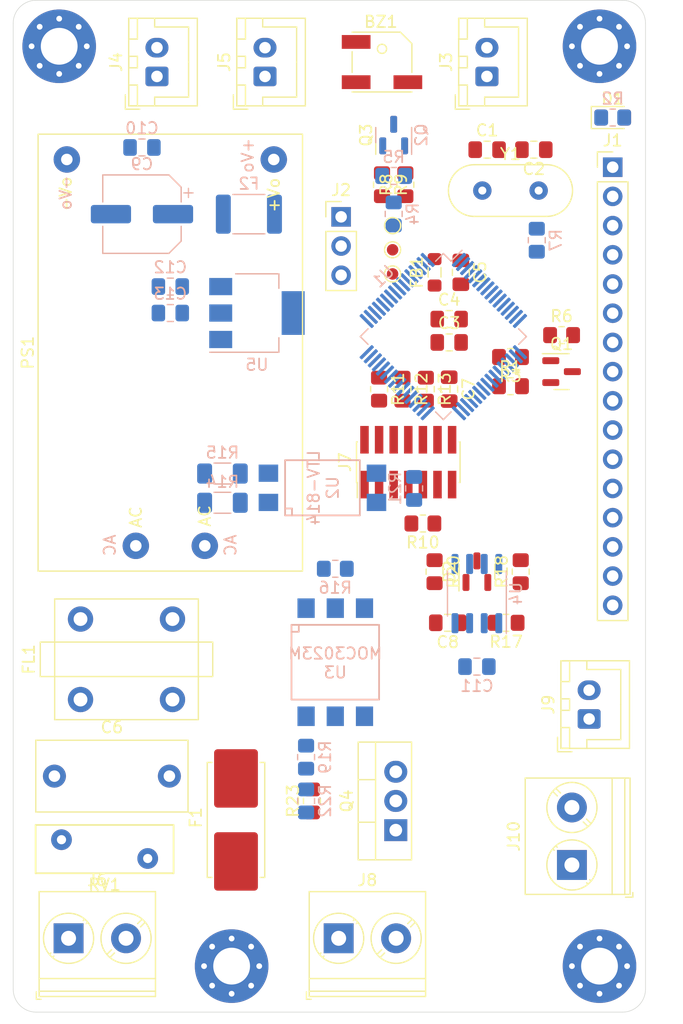
<source format=kicad_pcb>
(kicad_pcb (version 20211014) (generator pcbnew)

  (general
    (thickness 1.6)
  )

  (paper "A4")
  (layers
    (0 "F.Cu" signal)
    (31 "B.Cu" signal)
    (32 "B.Adhes" user "B.Adhesive")
    (33 "F.Adhes" user "F.Adhesive")
    (34 "B.Paste" user)
    (35 "F.Paste" user)
    (36 "B.SilkS" user "B.Silkscreen")
    (37 "F.SilkS" user "F.Silkscreen")
    (38 "B.Mask" user)
    (39 "F.Mask" user)
    (40 "Dwgs.User" user "User.Drawings")
    (41 "Cmts.User" user "User.Comments")
    (42 "Eco1.User" user "User.Eco1")
    (43 "Eco2.User" user "User.Eco2")
    (44 "Edge.Cuts" user)
    (45 "Margin" user)
    (46 "B.CrtYd" user "B.Courtyard")
    (47 "F.CrtYd" user "F.Courtyard")
    (48 "B.Fab" user)
    (49 "F.Fab" user)
    (50 "User.1" user)
    (51 "User.2" user)
  )

  (setup
    (stackup
      (layer "F.SilkS" (type "Top Silk Screen") (color "White"))
      (layer "F.Paste" (type "Top Solder Paste"))
      (layer "F.Mask" (type "Top Solder Mask") (color "Black") (thickness 0.01))
      (layer "F.Cu" (type "copper") (thickness 0.035))
      (layer "dielectric 1" (type "core") (thickness 1.51) (material "FR4") (epsilon_r 4.5) (loss_tangent 0.02))
      (layer "B.Cu" (type "copper") (thickness 0.035))
      (layer "B.Mask" (type "Bottom Solder Mask") (color "Black") (thickness 0.01))
      (layer "B.Paste" (type "Bottom Solder Paste"))
      (layer "B.SilkS" (type "Bottom Silk Screen") (color "White"))
      (copper_finish "None")
      (dielectric_constraints no)
    )
    (pad_to_mask_clearance 0)
    (pcbplotparams
      (layerselection 0x00010fc_ffffffff)
      (disableapertmacros false)
      (usegerberextensions false)
      (usegerberattributes true)
      (usegerberadvancedattributes true)
      (creategerberjobfile true)
      (svguseinch false)
      (svgprecision 6)
      (excludeedgelayer true)
      (plotframeref false)
      (viasonmask false)
      (mode 1)
      (useauxorigin false)
      (hpglpennumber 1)
      (hpglpenspeed 20)
      (hpglpendiameter 15.000000)
      (dxfpolygonmode true)
      (dxfimperialunits true)
      (dxfusepcbnewfont true)
      (psnegative false)
      (psa4output false)
      (plotreference true)
      (plotvalue true)
      (plotinvisibletext false)
      (sketchpadsonfab false)
      (subtractmaskfromsilk false)
      (outputformat 1)
      (mirror false)
      (drillshape 1)
      (scaleselection 1)
      (outputdirectory "")
    )
  )

  (net 0 "")
  (net 1 "+3V3")
  (net 2 "Net-(BZ1-Pad2)")
  (net 3 "Net-(C1-Pad1)")
  (net 4 "GND")
  (net 5 "Net-(C2-Pad1)")
  (net 6 "VDDA")
  (net 7 "Net-(C6-Pad1)")
  (net 8 "Net-(C6-Pad2)")
  (net 9 "NRST")
  (net 10 "Net-(C8-Pad1)")
  (net 11 "GNDA")
  (net 12 "+12V")
  (net 13 "Net-(D1-Pad2)")
  (net 14 "THERM")
  (net 15 "Net-(F1-Pad1)")
  (net 16 "Net-(F2-Pad1)")
  (net 17 "Net-(FL1-Pad2)")
  (net 18 "Net-(FL1-Pad4)")
  (net 19 "LCD_CS")
  (net 20 "LCD_RS")
  (net 21 "LCD_WR")
  (net 22 "LCD_RD")
  (net 23 "LCD_RST")
  (net 24 "LCD_LED")
  (net 25 "Net-(J1-Pad9)")
  (net 26 "Net-(J1-Pad10)")
  (net 27 "Net-(J1-Pad11)")
  (net 28 "Net-(J1-Pad12)")
  (net 29 "Net-(J1-Pad13)")
  (net 30 "Net-(J1-Pad14)")
  (net 31 "Net-(J1-Pad15)")
  (net 32 "Net-(J1-Pad16)")
  (net 33 "LCD_SCK")
  (net 34 "LCD_MOSI")
  (net 35 "LCD_MISO")
  (net 36 "STOP")
  (net 37 "Net-(J4-Pad2)")
  (net 38 "unconnected-(J7-Pad1)")
  (net 39 "unconnected-(J7-Pad2)")
  (net 40 "Net-(J7-Pad4)")
  (net 41 "Net-(J7-Pad6)")
  (net 42 "unconnected-(J7-Pad8)")
  (net 43 "unconnected-(J7-Pad9)")
  (net 44 "unconnected-(J7-Pad10)")
  (net 45 "Net-(J7-Pad11)")
  (net 46 "Net-(J7-Pad12)")
  (net 47 "unconnected-(J7-Pad13)")
  (net 48 "unconnected-(J7-Pad14)")
  (net 49 "Net-(J8-Pad2)")
  (net 50 "Net-(J10-Pad1)")
  (net 51 "Net-(Q1-Pad1)")
  (net 52 "Net-(Q2-Pad1)")
  (net 53 "Net-(Q3-Pad1)")
  (net 54 "Net-(Q4-Pad3)")
  (net 55 "LCD_LED_CTRL")
  (net 56 "LED_STATUS")
  (net 57 "FAN_PWM")
  (net 58 "Net-(R7-Pad1)")
  (net 59 "BUZZER")
  (net 60 "SWDIO")
  (net 61 "SWCLK")
  (net 62 "Net-(R14-Pad1)")
  (net 63 "Net-(R15-Pad1)")
  (net 64 "Net-(R16-Pad1)")
  (net 65 "GATE_CONTROL")
  (net 66 "Net-(R19-Pad1)")
  (net 67 "Net-(R19-Pad2)")
  (net 68 "ZERO_CROSS")
  (net 69 "/UART_TX")
  (net 70 "/UART_RX")
  (net 71 "unconnected-(U1-Pad1)")
  (net 72 "unconnected-(U1-Pad3)")
  (net 73 "unconnected-(U1-Pad4)")
  (net 74 "unconnected-(U1-Pad5)")
  (net 75 "unconnected-(U1-Pad13)")
  (net 76 "unconnected-(U1-Pad29)")
  (net 77 "unconnected-(U1-Pad31)")
  (net 78 "unconnected-(U1-Pad32)")
  (net 79 "MAX_SCK")
  (net 80 "MAX_MISO")
  (net 81 "MAX_CS")
  (net 82 "unconnected-(U1-Pad38)")
  (net 83 "unconnected-(U1-Pad39)")
  (net 84 "unconnected-(U1-Pad40)")
  (net 85 "unconnected-(U1-Pad41)")
  (net 86 "unconnected-(U1-Pad42)")
  (net 87 "unconnected-(U1-Pad43)")
  (net 88 "unconnected-(U1-Pad44)")
  (net 89 "unconnected-(U1-Pad47)")
  (net 90 "unconnected-(U1-Pad48)")
  (net 91 "unconnected-(U1-Pad49)")
  (net 92 "unconnected-(U1-Pad50)")
  (net 93 "unconnected-(U1-Pad51)")
  (net 94 "unconnected-(U1-Pad52)")
  (net 95 "unconnected-(U1-Pad53)")
  (net 96 "unconnected-(U1-Pad58)")
  (net 97 "unconnected-(U1-Pad59)")
  (net 98 "unconnected-(U1-Pad62)")
  (net 99 "unconnected-(U1-Pad64)")
  (net 100 "unconnected-(U3-Pad5)")
  (net 101 "unconnected-(U3-Pad3)")

  (footprint "TerminalBlock_Phoenix:TerminalBlock_Phoenix_PT-1,5-2-5.0-H_1x02_P5.00mm_Horizontal" (layer "F.Cu") (at 148.598 125.202 90))

  (footprint "Resistor_SMD:R_0805_2012Metric_Pad1.20x1.40mm_HandSolder" (layer "F.Cu") (at 133.858 83.82 -90))

  (footprint "Resistor_SMD:R_0805_2012Metric_Pad1.20x1.40mm_HandSolder" (layer "F.Cu") (at 144.145 99.695 90))

  (footprint "Capacitor_SMD:C_0805_2012Metric_Pad1.18x1.45mm_HandSolder" (layer "F.Cu") (at 137.795 104.14 180))

  (footprint "Capacitor_SMD:C_0805_2012Metric_Pad1.18x1.45mm_HandSolder" (layer "F.Cu") (at 137.922 83.82 -90))

  (footprint "Resistor_SMD:R_0805_2012Metric_Pad1.20x1.40mm_HandSolder" (layer "F.Cu") (at 135.636 95.504 180))

  (footprint "Connector_PinHeader_2.54mm:PinHeader_1x16_P2.54mm_Vertical" (layer "F.Cu") (at 152.146 64.516))

  (footprint "Connector_JST:JST_XH_B2B-XH-A_1x02_P2.50mm_Vertical" (layer "F.Cu") (at 141.207 56.622 90))

  (footprint "my_additions:OSC-TH_L10.0-W4.5-P5.00" (layer "F.Cu") (at 143.256 66.548))

  (footprint "Resistor_SMD:R_0805_2012Metric_Pad1.20x1.40mm_HandSolder" (layer "F.Cu") (at 147.701 79.121))

  (footprint "Package_TO_SOT_SMD:SOT-23" (layer "F.Cu") (at 133.096 61.722 90))

  (footprint "Resistor_SMD:R_0805_2012Metric_Pad1.20x1.40mm_HandSolder" (layer "F.Cu") (at 135.89 83.82 -90))

  (footprint "MountingHole:MountingHole_3.2mm_M3_Pad_Via" (layer "F.Cu") (at 104 54))

  (footprint "Capacitor_SMD:C_0805_2012Metric_Pad1.18x1.45mm_HandSolder" (layer "F.Cu") (at 138.938 73.66 -90))

  (footprint "Capacitor_SMD:C_0805_2012Metric_Pad1.18x1.45mm_HandSolder" (layer "F.Cu") (at 137.922 79.756))

  (footprint "Connector_PinHeader_1.27mm:PinHeader_2x07_P1.27mm_Vertical_SMD" (layer "F.Cu") (at 134.366 90.17 90))

  (footprint "my_additions:Converter_ACDC_HiLink_HLK-5Mxx" (layer "F.Cu") (at 113.665 80.645 90))

  (footprint "Resistor_SMD:R_0805_2012Metric_Pad1.20x1.40mm_HandSolder" (layer "F.Cu") (at 134.112 66.039999 90))

  (footprint "Connector_PinHeader_2.54mm:PinHeader_1x03_P2.54mm_Vertical" (layer "F.Cu") (at 128.524 68.834))

  (footprint "Capacitor_SMD:C_0805_2012Metric_Pad1.18x1.45mm_HandSolder" (layer "F.Cu") (at 137.922 77.724))

  (footprint "my_additions:L_CommonMode_7x8mm" (layer "F.Cu") (at 109.855 107.315 90))

  (footprint "Package_TO_SOT_SMD:SOT-23" (layer "F.Cu") (at 147.701 82.296))

  (footprint "TestPoint:TestPoint_Pad_D1.0mm" (layer "F.Cu") (at 133 69.6))

  (footprint "Resistor_SMD:R_0805_2012Metric_Pad1.20x1.40mm_HandSolder" (layer "F.Cu") (at 136.652 99.695 -90))

  (footprint "MountingHole:MountingHole_3.2mm_M3_Pad_Via" (layer "F.Cu") (at 151 54))

  (footprint "Inductor_SMD:L_0805_2012Metric_Pad1.05x1.20mm_HandSolder" (layer "F.Cu") (at 136.652 73.66 90))

  (footprint "Connector_JST:JST_XH_B2B-XH-A_1x02_P2.50mm_Vertical" (layer "F.Cu") (at 150.096999 112.502 90))

  (footprint "TerminalBlock_Phoenix:TerminalBlock_Phoenix_PT-1,5-2-5.0-H_1x02_P5.00mm_Horizontal" (layer "F.Cu") (at 128.31 131.58))

  (footprint "Capacitor_SMD:C_0805_2012Metric_Pad1.18x1.45mm_HandSolder" (layer "F.Cu") (at 145.288 62.992 180))

  (footprint "LED_SMD:LED_0805_2012Metric_Pad1.15x1.40mm_HandSolder" (layer "F.Cu") (at 152.146 60.198))

  (footprint "TestPoint:TestPoint_Pad_D1.0mm" (layer "F.Cu") (at 133 71.7))

  (footprint "Resistor_SMD:R_0805_2012Metric_Pad1.20x1.40mm_HandSolder" (layer "F.Cu") (at 131.826 83.82 -90))

  (footprint "Package_TO_SOT_SMD:SOT-23" (layer "F.Cu") (at 140.335 99.695 90))

  (footprint "Resistor_SMD:R_0805_2012Metric_Pad1.20x1.40mm_HandSolder" (layer "F.Cu") (at 142.875 104.14 180))

  (footprint "Resistor_SMD:R_0805_2012Metric_Pad1.20x1.40mm_HandSolder" (layer "F.Cu") (at 143.256 81.026 180))

  (footprint "my_additions:Fuse_1808_0451_Holder_HandSolder" (layer "F.Cu") (at 119.38 121.285 90))

  (footprint "TerminalBlock_Phoenix:TerminalBlock_Phoenix_PT-1,5-2-5.0-H_1x02_P5.00mm_Horizontal" (layer "F.Cu") (at 104.815 131.58))

  (footprint "Resistor_SMD:R_0805_2012Metric_Pad1.20x1.40mm_HandSolder" (layer "F.Cu") (at 143.256 83.566))

  (footprint "my_additions:Buzzer_5020" (layer "F.Cu") (at 132.08 55.372))

  (footprint "Resistor_SMD:R_0805_2012Metric_Pad1.20x1.40mm_HandSolder" (layer "F.Cu") (at 125.984 119.634 90))

  (footprint "Package_TO_SOT_THT:TO-220-3_Vertical" (layer "F.Cu") (at 133.279 122.174 90))

  (footprint "TestPoint:TestPoint_Pad_D1.0mm" (layer "F.Cu") (at 133 73.8))

  (footprint "Resistor_SMD:R_0805_2012Metric_Pad1.20x1.40mm_HandSolder" (layer "F.Cu") (at 132.08 66.039999 -90))

  (footprint "Connector_JST:JST_XH_B2B-XH-A_1x02_P2.50mm_Vertical" (layer "F.Cu") (at 121.902999 56.622 90))

  (footprint "MountingHole:MountingHole_3.2mm_M3_Pad_Via" (layer "F.Cu") (at 151 134))

  (footprint "Connector_JST:JST_XH_B2B-XH-A_1x02_P2.50mm_Vertical" (layer "F.Cu") (at 112.505 56.622 90))

  (footprint "Varistor:RV_Disc_D12mm_W4.2mm_P7.5mm" (layer "F.Cu") (at 104.2 123.005))

  (footprint "MountingHole:MountingHole_3.2mm_M3_Pad_Via" (layer "F.Cu") (at 119 134))

  (footprint "Capacitor_THT:C_Rect_L13.0mm_W6.0mm_P10.00mm_FKS3_FKP3_MKS4" (layer "F.Cu") (at 103.585 117.475))

  (footprint "Capacitor_SMD:C_0805_2012Metric_Pad1.18x1.45mm_HandSolder" (layer "F.Cu") (at 141.224 62.992))

  (footprint "Resistor_SMD:R_0805_2012Metric_Pad1.20x1.40mm_HandSolder" (layer "B.Cu") (at 133.096 65.278 180))

  (footprint "Fuse:Fuse_1812_4532Metric_Pad1.30x3.40mm_HandSolder" (layer "B.Cu") (at 120.5 68.6 180))

  (footprint "my_additions:OPTO-SMD4" (layer "B.Cu") (at 126.9 92.4 90))

  (footprint "Resistor_SMD:R_0805_2012Metric_Pad1.20x1.40mm_HandSolder" (layer "B.Cu") (at 125.476 119.634 90))

  (footprint "Resistor_SMD:R_0805_2012Metric_Pad1.20x1.40mm_HandSolder" (layer "B.Cu") (at 125.476 115.824 90))

  (footprint "Resistor_SMD:R_0805_2012Metric_Pad1.20x1.40mm_HandSolder" (layer "B.Cu")
    (tedit 5F68FEEE) (tstamp 2c38bb18-b8ea-43e8-9c1d-bb5aba5743ed)
    (at 145.542 70.866 90)
    (descr "Resistor SMD 0805 (2012 Metric), square (rectangular) end terminal, IPC_7351 nominal with elongated pad for handsoldering. (Body size source: IPC-SM-782 page 72, https://www.pcb-3d.com/wordpress/wp-content/uploads/ipc-sm-782a_amendment_1_and_2.pdf), generated with kicad-footprint-generator")
    (tags "resistor handsolder")
    (property "Sheetfile" "pcb-heater.kicad_sch")
    (property "Sheetname" "")
    (path "/00000000-0000-0000-0000-000061c45261")
    (attr smd)
    (fp_text reference "R7" (at 0 1.65 90) (layer "B.SilkS")
      (effects (font (size 1 1) (thickne
... [77575 chars truncated]
</source>
